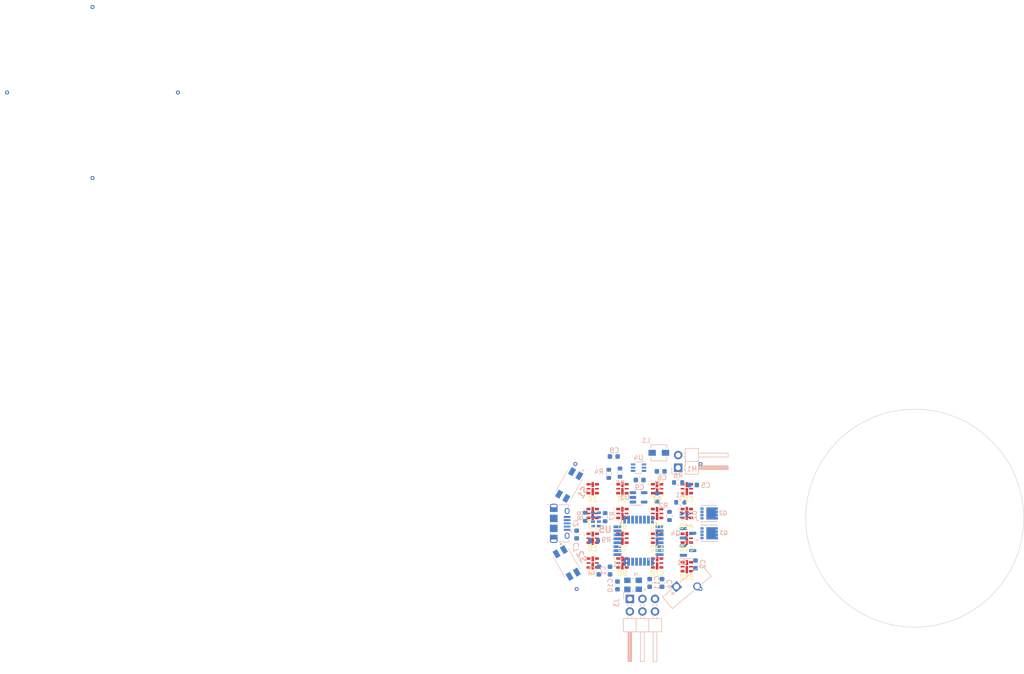
<source format=kicad_pcb>
(kicad_pcb (version 20211014) (generator pcbnew)
  (layers (0 "F.Cu" signal) (31 "B.Cu" signal) (34 "B.Paste" user) (35 "F.Paste" user) (36 "B.SilkS" user "B.Silkscreen") (37 "F.SilkS" user "F.Silkscreen") (38 "B.Mask" user) (39 "F.Mask" user) (44 "Edge.Cuts" user))
  (net 0 "")
  (net 1 "+4V")
  (net 2 "Net-(D1-Pad2)")
  (net 3 "Net-(D1-Pad3)")
  (net 4 "/LED_DIN")
  (net 5 "/LED_CLK")
  (net 6 "Net-(D1-Pad6)")
  (net 7 "Net-(D2-Pad2)")
  (net 8 "Net-(D2-Pad3)")
  (net 9 "Net-(D3-Pad2)")
  (net 10 "Net-(D3-Pad3)")
  (net 11 "Net-(D4-Pad2)")
  (net 12 "Net-(D4-Pad3)")
  (net 13 "Net-(D5-Pad2)")
  (net 14 "Net-(D5-Pad3)")
  (net 15 "Net-(D6-Pad2)")
  (net 16 "Net-(D6-Pad3)")
  (net 17 "Net-(D7-Pad2)")
  (net 18 "Net-(D7-Pad3)")
  (net 19 "Net-(D8-Pad2)")
  (net 20 "Net-(D8-Pad3)")
  (net 21 "Net-(D10-Pad5)")
  (net 22 "Net-(D10-Pad4)")
  (net 23 "Net-(D10-Pad2)")
  (net 24 "Net-(D10-Pad3)")
  (net 25 "Net-(D11-Pad2)")
  (net 26 "Net-(D11-Pad3)")
  (net 27 "Net-(D12-Pad2)")
  (net 28 "Net-(D12-Pad3)")
  (net 29 "Net-(D13-Pad2)")
  (net 30 "Net-(D13-Pad3)")
  (net 31 "Net-(D14-Pad2)")
  (net 32 "Net-(D14-Pad3)")
  (net 33 "Net-(D15-Pad2)")
  (net 34 "Net-(D15-Pad3)")
  (net 37 "/+BATT")
  (net 38 "Net-(R3-Pad2)")
  (net 39 "GND")
  (net 40 "Net-(L1-Pad1)")
  (net 42 "Net-(Q2-Pad4)")
  (net 43 "Net-(Q3-Pad4)")
  (net 44 "/-PACK")
  (net 45 "Net-(C5-Pad1)")
  (net 46 "/CS")
  (net 47 "/SideBt1")
  (net 48 "/SideBt2")
  (net 49 "/XTAL1")
  (net 50 "/XTAL2")
  (net 51 "/LEDSwitch")
  (net 52 "/MOSI")
  (net 53 "/SCK")
  (net 54 "/MISO")
  (net 55 "Net-(M1-Pad1)")
  (net 56 "Net-(M1-Pad2)")
  (net 57 "Net-(R2-Pad1)")
  (net 58 "Net-(R4-Pad2)")
  (net 60 "/CHARGE")
  (net 63 "/RTC_SDA")
  (net 64 "/RTC_SCL")
  (net 66 "/USB_D+")
  (net 67 "/USB_ID")
  (net 68 "/RTC_IRQ")
  (net 75 "Net-(Q2-Pad5)")
  (footprint "LED_SMD:LED-APA102-2020" (layer "F.Cu") (at 120 85)
    (fp_text reference "D14" (at 0 2.61) (layer "F.SilkS"))
    (fp_text value "LED")
    (fp_text user "1" (at -1.7 -0.9) (layer "F.SilkS") (effects (font (size 0.6 0.6) (thickness 0.1))))
    (pad "1" smd rect (at -0.85 -0.9) (size 0.8 0.5) (layers "F.Cu" "F.Paste" "F.Mask") (net 1 "+4V"))
    (pad "1" smd rect (at 0 -0.83 90) (size 1 0.5) (layers "F.Cu" "F.Paste" "F.Mask") (net 1 "+4V"))
    (pad "2" smd rect (at -0.85 0) (size 0.8 0.3) (layers "F.Cu" "F.Paste" "F.Mask") (net 31 "Net-(D14-Pad2)"))
    (pad "3" smd rect (at -0.85 0.9) (size 0.8 0.5) (layers "F.Cu" "F.Paste" "F.Mask") (net 32 "Net-(D14-Pad3)"))
    (pad "4" smd rect (at 0.85 0.9) (size 0.8 0.5) (layers "F.Cu" "F.Paste" "F.Mask") (net 30 "Net-(D13-Pad3)"))
    (pad "5" smd rect (at 0.85 0) (size 0.8 0.3) (layers "F.Cu" "F.Paste" "F.Mask") (net 29 "Net-(D13-Pad2)"))
    (pad "6" smd rect (at 0 0.59 90) (size 1.48 0.5) (layers "F.Cu" "F.Paste" "F.Mask") (net 6 "Net-(D1-Pad6)"))
    (pad "6" smd rect (at 0.85 -0.9) (size 0.8 0.5) (layers "F.Cu" "F.Paste" "F.Mask") (net 6 "Net-(D1-Pad6)"))
  )
  (footprint "LED_SMD:LED-APA102-2020" (layer "F.Cu") (at 120 90)
    (fp_text reference "D15" (at 0 2.11) (layer "F.SilkS"))
    (fp_text value "LED")
    (fp_text user "1" (at -1.7 -0.9) (layer "F.SilkS") (effects (font (size 0.6 0.6) (thickness 0.1))))
    (pad "1" smd rect (at 0 -0.83 90) (size 1 0.5) (layers "F.Cu" "F.Paste" "F.Mask") (net 1 "+4V"))
    (pad "1" smd rect (at -0.85 -0.9) (size 0.8 0.5) (layers "F.Cu" "F.Paste" "F.Mask") (net 1 "+4V"))
    (pad "2" smd rect (at -0.85 0) (size 0.8 0.3) (layers "F.Cu" "F.Paste" "F.Mask") (net 33 "Net-(D15-Pad2)"))
    (pad "3" smd rect (at -0.85 0.9) (size 0.8 0.5) (layers "F.Cu" "F.Paste" "F.Mask") (net 34 "Net-(D15-Pad3)"))
    (pad "4" smd rect (at 0.85 0.9) (size 0.8 0.5) (layers "F.Cu" "F.Paste" "F.Mask") (net 32 "Net-(D14-Pad3)"))
    (pad "5" smd rect (at 0.85 0) (size 0.8 0.3) (layers "F.Cu" "F.Paste" "F.Mask") (net 31 "Net-(D14-Pad2)"))
    (pad "6" smd rect (at 0.85 -0.9) (size 0.8 0.5) (layers "F.Cu" "F.Paste" "F.Mask") (net 6 "Net-(D1-Pad6)"))
    (pad "6" smd rect (at 0 0.59 90) (size 1.48 0.5) (layers "F.Cu" "F.Paste" "F.Mask") (net 6 "Net-(D1-Pad6)"))
  )
  (footprint "LED_SMD:LED-APA102-2020" (layer "F.Cu") (at 101 80)
    (fp_text reference "D1" (at 0 2.11) (layer "F.SilkS"))
    (fp_text value "LED")
    (fp_text user "1" (at -1.7 -0.9) (layer "F.SilkS") (effects (font (size 0.6 0.6) (thickness 0.1))))
    (pad "1" smd rect (at -0.85 -0.9) (size 0.8 0.5) (layers "F.Cu" "F.Paste" "F.Mask") (net 1 "+4V"))
    (pad "1" smd rect (at 0 -0.83 90) (size 1 0.5) (layers "F.Cu" "F.Paste" "F.Mask") (net 1 "+4V"))
    (pad "2" smd rect (at -0.85 0) (size 0.8 0.3) (layers "F.Cu" "F.Paste" "F.Mask") (net 2 "Net-(D1-Pad2)"))
    (pad "3" smd rect (at -0.85 0.9) (size 0.8 0.5) (layers "F.Cu" "F.Paste" "F.Mask") (net 3 "Net-(D1-Pad3)"))
    (pad "4" smd rect (at 0.85 0.9) (size 0.8 0.5) (layers "F.Cu" "F.Paste" "F.Mask") (net 4 "/LED_DIN"))
    (pad "5" smd rect (at 0.85 0) (size 0.8 0.3) (layers "F.Cu" "F.Paste" "F.Mask") (net 5 "/LED_CLK"))
    (pad "6" smd rect (at 0.85 -0.9) (size 0.8 0.5) (layers "F.Cu" "F.Paste" "F.Mask") (net 6 "Net-(D1-Pad6)"))
    (pad "6" smd rect (at 0 0.59 90) (size 1.48 0.5) (layers "F.Cu" "F.Paste" "F.Mask") (net 6 "Net-(D1-Pad6)"))
  )
  (footprint "LED_SMD:LED-APA102-2020" (layer "F.Cu") (at 107 95)
    (fp_text reference "D8" (at 0 2.11) (layer "F.SilkS"))
    (fp_text value "LED")
    (fp_text user "1" (at -1.7 -0.9) (layer "F.SilkS") (effects (font (size 0.6 0.6) (thickness 0.1))))
    (pad "1" smd rect (at -0.85 -0.9) (size 0.8 0.5) (layers "F.Cu" "F.Paste" "F.Mask") (net 1 "+4V"))
    (pad "1" smd rect (at 0 -0.83 90) (size 1 0.5) (layers "F.Cu" "F.Paste" "F.Mask") (net 1 "+4V"))
    (pad "2" smd rect (at -0.85 0) (size 0.8 0.3) (layers "F.Cu" "F.Paste" "F.Mask") (net 19 "Net-(D8-Pad2)"))
    (pad "3" smd rect (at -0.85 0.9) (size 0.8 0.5) (layers "F.Cu" "F.Paste" "F.Mask") (net 20 "Net-(D8-Pad3)"))
    (pad "4" smd rect (at 0.85 0.9) (size 0.8 0.5) (layers "F.Cu" "F.Paste" "F.Mask") (net 18 "Net-(D7-Pad3)"))
    (pad "5" smd rect (at 0.85 0) (size 0.8 0.3) (layers "F.Cu" "F.Paste" "F.Mask") (net 17 "Net-(D7-Pad2)"))
    (pad "6" smd rect (at 0.85 -0.9) (size 0.8 0.5) (layers "F.Cu" "F.Paste" "F.Mask") (net 6 "Net-(D1-Pad6)"))
    (pad "6" smd rect (at 0 0.59 90) (size 1.48 0.5) (layers "F.Cu" "F.Paste" "F.Mask") (net 6 "Net-(D1-Pad6)"))
  )
  (footprint "LED_SMD:LED-APA102-2020" (layer "F.Cu") (at 120 80)
    (fp_text reference "D13" (at 0 2.11) (layer "F.SilkS"))
    (fp_text value "LED")
    (fp_text user "1" (at -1.7 -0.9) (layer "F.SilkS") (effects (font (size 0.6 0.6) (thickness 0.1))))
    (pad "1" smd rect (at -0.85 -0.9) (size 0.8 0.5) (layers "F.Cu" "F.Paste" "F.Mask") (net 1 "+4V"))
    (pad "1" smd rect (at 0 -0.83 90) (size 1 0.5) (layers "F.Cu" "F.Paste" "F.Mask") (net 1 "+4V"))
    (pad "2" smd rect (at -0.85 0) (size 0.8 0.3) (layers "F.Cu" "F.Paste" "F.Mask") (net 29 "Net-(D13-Pad2)"))
    (pad "3" smd rect (at -0.85 0.9) (size 0.8 0.5) (layers "F.Cu" "F.Paste" "F.Mask") (net 30 "Net-(D13-Pad3)"))
    (pad "4" smd rect (at 0.85 0.9) (size 0.8 0.5) (layers "F.Cu" "F.Paste" "F.Mask") (net 28 "Net-(D12-Pad3)"))
    (pad "5" smd rect (at 0.85 0) (size 0.8 0.3) (layers "F.Cu" "F.Paste" "F.Mask") (net 27 "Net-(D12-Pad2)"))
    (pad "6" smd rect (at 0 0.59 90) (size 1.48 0.5) (layers "F.Cu" "F.Paste" "F.Mask") (net 6 "Net-(D1-Pad6)"))
    (pad "6" smd rect (at 0.85 -0.9) (size 0.8 0.5) (layers "F.Cu" "F.Paste" "F.Mask") (net 6 "Net-(D1-Pad6)"))
  )
  (footprint "LED_SMD:LED-APA102-2020" (layer "F.Cu") (at 114 80)
    (fp_text reference "D9" (at 0 2.11) (layer "F.SilkS"))
    (fp_text value "LED")
    (fp_text user "1" (at -1.7 -0.9) (layer "F.SilkS") (effects (font (size 0.6 0.6) (thickness 0.1))))
    (pad "1" smd rect (at -0.85 -0.9) (size 0.8 0.5) (layers "F.Cu" "F.Paste" "F.Mask") (net 1 "+4V"))
    (pad "1" smd rect (at 0 -0.83 90) (size 1 0.5) (layers "F.Cu" "F.Paste" "F.Mask") (net 1 "+4V"))
    (pad "2" smd rect (at -0.85 0) (size 0.8 0.3) (layers "F.Cu" "F.Paste" "F.Mask") (net 21 "Net-(D10-Pad5)"))
    (pad "3" smd rect (at -0.85 0.9) (size 0.8 0.5) (layers "F.Cu" "F.Paste" "F.Mask") (net 22 "Net-(D10-Pad4)"))
    (pad "4" smd rect (at 0.85 0.9) (size 0.8 0.5) (layers "F.Cu" "F.Paste" "F.Mask") (net 20 "Net-(D8-Pad3)"))
    (pad "5" smd rect (at 0.85 0) (size 0.8 0.3) (layers "F.Cu" "F.Paste" "F.Mask") (net 19 "Net-(D8-Pad2)"))
    (pad "6" smd rect (at 0 0.59 90) (size 1.48 0.5) (layers "F.Cu" "F.Paste" "F.Mask") (net 6 "Net-(D1-Pad6)"))
    (pad "6" smd rect (at 0.85 -0.9) (size 0.8 0.5) (layers "F.Cu" "F.Paste" "F.Mask") (net 6 "Net-(D1-Pad6)"))
  )
  (footprint "LED_SMD:LED-APA102-2020" (layer "F.Cu") (at 114 90)
    (fp_text reference "D11" (at 0 2.11) (layer "F.SilkS"))
    (fp_text value "LED")
    (fp_text user "1" (at -1.7 -0.9) (layer "F.SilkS") (effects (font (size 0.6 0.6) (thickness 0.1))))
    (pad "1" smd rect (at -0.85 -0.9) (size 0.8 0.5) (layers "F.Cu" "F.Paste" "F.Mask") (net 1 "+4V"))
    (pad "1" smd rect (at 0 -0.83 90) (size 1 0.5) (layers "F.Cu" "F.Paste" "F.Mask") (net 1 "+4V"))
    (pad "2" smd rect (at -0.85 0) (size 0.8 0.3) (layers "F.Cu" "F.Paste" "F.Mask") (net 25 "Net-(D11-Pad2)"))
    (pad "3" smd rect (at -0.85 0.9) (size 0.8 0.5) (layers "F.Cu" "F.Paste" "F.Mask") (net 26 "Net-(D11-Pad3)"))
    (pad "4" smd rect (at 0.85 0.9) (size 0.8 0.5) (layers "F.Cu" "F.Paste" "F.Mask") (net 24 "Net-(D10-Pad3)"))
    (pad "5" smd rect (at 0.85 0) (size 0.8 0.3) (layers "F.Cu" "F.Paste" "F.Mask") (net 23 "Net-(D10-Pad2)"))
    (pad "6" smd rect (at 0 0.59 90) (size 1.48 0.5) (layers "F.Cu" "F.Paste" "F.Mask") (net 6 "Net-(D1-Pad6)"))
    (pad "6" smd rect (at 0.85 -0.9) (size 0.8 0.5) (layers "F.Cu" "F.Paste" "F.Mask") (net 6 "Net-(D1-Pad6)"))
  )
  (footprint "LED_SMD:LED-APA102-2020" (layer "F.Cu") (at 101 85)
    (fp_text reference "D2" (at 0 2.61) (layer "F.SilkS"))
    (fp_text value "LED")
    (fp_text user "1" (at -1.7 -0.9) (layer "F.SilkS") (effects (font (size 0.6 0.6) (thickness 0.1))))
    (pad "1" smd rect (at -0.85 -0.9) (size 0.8 0.5) (layers "F.Cu" "F.Paste" "F.Mask") (net 1 "+4V"))
    (pad "1" smd rect (at 0 -0.83 90) (size 1 0.5) (layers "F.Cu" "F.Paste" "F.Mask") (net 1 "+4V"))
    (pad "2" smd rect (at -0.85 0) (size 0.8 0.3) (layers "F.Cu" "F.Paste" "F.Mask") (net 7 "Net-(D2-Pad2)"))
    (pad "3" smd rect (at -0.85 0.9) (size 0.8 0.5) (layers "F.Cu" "F.Paste" "F.Mask") (net 8 "Net-(D2-Pad3)"))
    (pad "4" smd rect (at 0.85 0.9) (size 0.8 0.5) (layers "F.Cu" "F.Paste" "F.Mask") (net 3 "Net-(D1-Pad3)"))
    (pad "5" smd rect (at 0.85 0) (size 0.8 0.3) (layers "F.Cu" "F.Paste" "F.Mask") (net 2 "Net-(D1-Pad2)"))
    (pad "6" smd rect (at 0.85 -0.9) (size 0.8 0.5) (layers "F.Cu" "F.Paste" "F.Mask") (net 6 "Net-(D1-Pad6)"))
    (pad "6" smd rect (at 0 0.59 90) (size 1.48 0.5) (layers "F.Cu" "F.Paste" "F.Mask") (net 6 "Net-(D1-Pad6)"))
  )
  (footprint "LED_SMD:LED-APA102-2020" (layer "F.Cu") (at 107 85)
    (fp_text reference "D6" (at 0 2.61) (layer "F.SilkS"))
    (fp_text value "LED")
    (fp_text user "1" (at -1.7 -0.9) (layer "F.SilkS") (effects (font (size 0.6 0.6) (thickness 0.1))))
    (pad "1" smd rect (at -0.85 -0.9) (size 0.8 0.5) (layers "F.Cu" "F.Paste" "F.Mask") (net 1 "+4V"))
    (pad "1" smd rect (at 0 -0.83 90) (size 1 0.5) (layers "F.Cu" "F.Paste" "F.Mask") (net 1 "+4V"))
    (pad "2" smd rect (at -0.85 0) (size 0.8 0.3) (layers "F.Cu" "F.Paste" "F.Mask") (net 15 "Net-(D6-Pad2)"))
    (pad "3" smd rect (at -0.85 0.9) (size 0.8 0.5) (layers "F.Cu" "F.Paste" "F.Mask") (net 16 "Net-(D6-Pad3)"))
    (pad "4" smd rect (at 0.85 0.9) (size 0.8 0.5) (layers "F.Cu" "F.Paste" "F.Mask") (net 14 "Net-(D5-Pad3)"))
    (pad "5" smd rect (at 0.85 0) (size 0.8 0.3) (layers "F.Cu" "F.Paste" "F.Mask") (net 13 "Net-(D5-Pad2)"))
    (pad "6" smd rect (at 0 0.59 90) (size 1.48 0.5) (layers "F.Cu" "F.Paste" "F.Mask") (net 6 "Net-(D1-Pad6)"))
    (pad "6" smd rect (at 0.85 -0.9) (size 0.8 0.5) (layers "F.Cu" "F.Paste" "F.Mask") (net 6 "Net-(D1-Pad6)"))
  )
  (footprint "LED_SMD:LED-APA102-2020" (layer "F.Cu") (at 114 85)
    (fp_text reference "D10" (at 0 2.61) (layer "F.SilkS"))
    (fp_text value "LED")
    (fp_text user "1" (at -1.7 -0.9) (layer "F.SilkS") (effects (font (size 0.6 0.6) (thickness 0.1))))
    (pad "1" smd rect (at -0.85 -0.9) (size 0.8 0.5) (layers "F.Cu" "F.Paste" "F.Mask") (net 1 "+4V"))
    (pad "1" smd rect (at 0 -0.83 90) (size 1 0.5) (layers "F.Cu" "F.Paste" "F.Mask") (net 1 "+4V"))
    (pad "2" smd rect (at -0.85 0) (size 0.8 0.3) (layers "F.Cu" "F.Paste" "F.Mask") (net 23 "Net-(D10-Pad2)"))
    (pad "3" smd rect (at -0.85 0.9) (size 0.8 0.5) (layers "F.Cu" "F.Paste" "F.Mask") (net 24 "Net-(D10-Pad3)"))
    (pad "4" smd rect (at 0.85 0.9) (size 0.8 0.5) (layers "F.Cu" "F.Paste" "F.Mask") (net 22 "Net-(D10-Pad4)"))
    (pad "5" smd rect (at 0.85 0) (size 0.8 0.3) (layers "F.Cu" "F.Paste" "F.Mask") (net 21 "Net-(D10-Pad5)"))
    (pad "6" smd rect (at 0 0.59 90) (size 1.48 0.5) (layers "F.Cu" "F.Paste" "F.Mask") (net 6 "Net-(D1-Pad6)"))
    (pad "6" smd rect (at 0.85 -0.9) (size 0.8 0.5) (layers "F.Cu" "F.Paste" "F.Mask") (net 6 "Net-(D1-Pad6)"))
  )
  (footprint "LED_SMD:LED-APA102-2020" (layer "F.Cu") (at 107 90)
    (fp_text reference "D7" (at 0 2.11) (layer "F.SilkS"))
    (fp_text value "LED")
    (fp_text user "1" (at -1.7 -0.9) (layer "F.SilkS") (effects (font (size 0.6 0.6) (thickness 0.1))))
    (pad "1" smd rect (at 0 -0.83 90) (size 1 0.5) (layers "F.Cu" "F.Paste" "F.Mask") (net 1 "+4V"))
    (pad "1" smd rect (at -0.85 -0.9) (size 0.8 0.5) (layers "F.Cu" "F.Paste" "F.Mask") (net 1 "+4V"))
    (pad "2" smd rect (at -0.85 0) (size 0.8 0.3) (layers "F.Cu" "F.Paste" "F.Mask") (net 17 "Net-(D7-Pad2)"))
    (pad "3" smd rect (at -0.85 0.9) (size 0.8 0.5) (layers "F.Cu" "F.Paste" "F.Mask") (net 18 "Net-(D7-Pad3)"))
    (pad "4" smd rect (at 0.85 0.9) (size 0.8 0.5) (layers "F.Cu" "F.Paste" "F.Mask") (net 16 "Net-(D6-Pad3)"))
    (pad "5" smd rect (at 0.85 0) (size 0.8 0.3) (layers "F.Cu" "F.Paste" "F.Mask") (net 15 "Net-(D6-Pad2)"))
    (pad "6" smd rect (at 0 0.59 90) (size 1.48 0.5) (layers "F.Cu" "F.Paste" "F.Mask") (net 6 "Net-(D1-Pad6)"))
    (pad "6" smd rect (at 0.85 -0.9) (size 0.8 0.5) (layers "F.Cu" "F.Paste" "F.Mask") (net 6 "Net-(D1-Pad6)"))
  )
  (footprint "LED_SMD:LED-APA102-2020" (layer "F.Cu") (at 107 80)
    (fp_text reference "D5" (at 0 2.11) (layer "F.SilkS"))
    (fp_text value "LED")
    (fp_text user "1" (at -1.7 -0.9) (layer "F.SilkS") (effects (font (size 0.6 0.6) (thickness 0.1))))
    (pad "1" smd rect (at -0.85 -0.9) (size 0.8 0.5) (layers "F.Cu" "F.Paste" "F.Mask") (net 1 "+4V"))
    (pad "1" smd rect (at 0 -0.83 90) (size 1 0.5) (layers "F.Cu" "F.Paste" "F.Mask") (net 1 "+4V"))
    (pad "2" smd rect (at -0.85 0) (size 0.8 0.3) (layers "F.Cu" "F.Paste" "F.Mask") (net 13 "Net-(D5-Pad2)"))
    (pad "3" smd rect (at -0.85 0.9) (size 0.8 0.5) (layers "F.Cu" "F.Paste" "F.Mask") (net 14 "Net-(D5-Pad3)"))
    (pad "4" smd rect (at 0.85 0.9) (size 0.8 0.5) (layers "F.Cu" "F.Paste" "F.Mask") (net 12 "Net-(D4-Pad3)"))
    (pad "5" smd rect (at 0.85 0) (size 0.8 0.3) (layers "F.Cu" "F.Paste" "F.Mask") (net 11 "Net-(D4-Pad2)"))
    (pad "6" smd rect (at 0.85 -0.9) (size 0.8 0.5) (layers "F.Cu" "F.Paste" "F.Mask") (net 6 "Net-(D1-Pad6)"))
    (pad "6" smd rect (at 0 0.59 90) (size 1.48 0.5) (layers "F.Cu" "F.Paste" "F.Mask") (net 6 "Net-(D1-Pad6)"))
  )
  (footprint "LED_SMD:LED-APA102-2020" (layer "F.Cu") (at 114 95)
    (fp_text reference "D12" (at 0 2.11) (layer "F.SilkS"))
    (fp_text value "LED")
    (fp_text user "1" (at -1.7 -0.9) (layer "F.SilkS") (effects (font (size 0.6 0.6) (thickness 0.1))))
    (pad "1" smd rect (at -0.85 -0.9) (size 0.8 0.5) (layers "F.Cu" "F.Paste" "F.Mask") (net 1 "+4V"))
    (pad "1" smd rect (at 0 -0.83 90) (size 1 0.5) (layers "F.Cu" "F.Paste" "F.Mask") (net 1 "+4V"))
    (pad "2" smd rect (at -0.85 0) (size 0.8 0.3) (layers "F.Cu" "F.Paste" "F.Mask") (net 27 "Net-(D12-Pad2)"))
    (pad "3" smd rect (at -0.85 0.9) (size 0.8 0.5) (layers "F.Cu" "F.Paste" "F.Mask") (net 28 "Net-(D12-Pad3)"))
    (pad "4" smd rect (at 0.85 0.9) (size 0.8 0.5) (layers "F.Cu" "F.Paste" "F.Mask") (net 26 "Net-(D11-Pad3)"))
    (pad "5" smd rect (at 0.85 0) (size 0.8 0.3) (layers "F.Cu" "F.Paste" "F.Mask") (net 25 "Net-(D11-Pad2)"))
    (pad "6" smd rect (at 0.85 -0.9) (size 0.8 0.5) (layers "F.Cu" "F.Paste" "F.Mask") (net 6 "Net-(D1-Pad6)"))
    (pad "6" smd rect (at 0 0.59 90) (size 1.48 0.5) (layers "F.Cu" "F.Paste" "F.Mask") (net 6 "Net-(D1-Pad6)"))
  )
  (footprint "LED_SMD:LED-APA102-2020" (layer "F.Cu") (at 101 90)
    (fp_text reference "D3" (at 0 2.11) (layer "F.SilkS"))
    (fp_text value "LED")
    (fp_text user "1" (at -1.7 -0.9) (layer "F.SilkS") (effects (font (size 0.6 0.6) (thickness 0.1))))
    (pad "1" smd rect (at 0 -0.83 90) (size 1 0.5) (layers "F.Cu" "F.Paste" "F.Mask") (net 1 "+4V"))
    (pad "1" smd rect (at -0.85 -0.9) (size 0.8 0.5) (layers "F.Cu" "F.Paste" "F.Mask") (net 1 "+4V"))
    (pad "2" smd rect (at -0.85 0) (size 0.8 0.3) (layers "F.Cu" "F.Paste" "F.Mask") (net 9 "Net-(D3-Pad2)"))
    (pad "3" smd rect (at -0.85 0.9) (size 0.8 0.5) (layers "F.Cu" "F.Paste" "F.Mask") (net 10 "Net-(D3-Pad3)"))
    (pad "4" smd rect (at 0.85 0.9) (size 0.8 0.5) (layers "F.Cu" "F.Paste" "F.Mask") (net 8 "Net-(D2-Pad3)"))
    (pad "5" smd rect (at 0.85 0) (size 0.8 0.3) (layers "F.Cu" "F.Paste" "F.Mask") (net 7 "Net-(D2-Pad2)"))
    (pad "6" smd rect (at 0 0.59 90) (size 1.48 0.5) (layers "F.Cu" "F.Paste" "F.Mask") (net 6 "Net-(D1-Pad6)"))
    (pad "6" smd rect (at 0.85 -0.9) (size 0.8 0.5) (layers "F.Cu" "F.Paste" "F.Mask") (net 6 "Net-(D1-Pad6)"))
  )
  (footprint "LED_SMD:LED-APA102-2020" (layer "F.Cu") (at 101 95)
    (fp_text reference "D4" (at 0 2.11) (layer "F.SilkS"))
    (fp_text value "LED")
    (fp_text user "1" (at -1.7 -0.9) (layer "F.SilkS") (effects (font (size 0.6 0.6) (thickness 0.1))))
    (pad "1" smd rect (at -0.85 -0.9) (size 0.8 0.5) (layers "F.Cu" "F.Paste" "F.Mask") (net 1 "+4V"))
    (pad "1" smd rect (at 0 -0.83 90) (size 1 0.5) (layers "F.Cu" "F.Paste" "F.Mask") (net 1 "+4V"))
    (pad "2" smd rect (at -0.85 0) (size 0.8 0.3) (layers "F.Cu" "F.Paste" "F.Mask") (net 11 "Net-(D4-Pad2)"))
    (pad "3" smd rect (at -0.85 0.9) (size 0.8 0.5) (layers "F.Cu" "F.Paste" "F.Mask") (net 12 "Net-(D4-Pad3)"))
    (pad "4" smd rect (at 0.85 0.9) (size 0.8 0.5) (layers "F.Cu" "F.Paste" "F.Mask") (net 10 "Net-(D3-Pad3)"))
    (pad "5" smd rect (at 0.85 0) (size 0.8 0.3) (layers "F.Cu" "F.Paste" "F.Mask") (net 9 "Net-(D3-Pad2)"))
    (pad "6" smd rect (at 0 0.59 90) (size 1.48 0.5) (layers "F.Cu" "F.Paste" "F.Mask") (net 6 "Net-(D1-Pad6)"))
    (pad "6" smd rect (at 0.85 -0.9) (size 0.8 0.5) (layers "F.Cu" "F.Paste" "F.Mask") (net 6 "Net-(D1-Pad6)"))
  )
  (footprint "LED_SMD:LED-APA102-2020" (layer "F.Cu") (at 120 95.75)
    (fp_text reference "D16" (at 0 2.11) (layer "F.SilkS"))
    (fp_text value "LED")
    (fp_text user "1" (at -1.7 -0.9) (layer "F.SilkS") (effects (font (size 0.6 0.6) (thickness 0.1))))
    (pad "1" smd rect (at 0 -0.83 90) (size 1 0.5) (layers "F.Cu" "F.Paste" "F.Mask") (net 1 "+4V"))
    (pad "1" smd rect (at -0.85 -0.9) (size 0.8 0.5) (layers "F.Cu" "F.Paste" "F.Mask") (net 1 "+4V"))
    (pad "2" smd rect (at -0.85 0) (size 0.8 0.3) (layers "F.Cu" "F.Paste" "F.Mask"))
    (pad "3" smd rect (at -0.85 0.9) (size 0.8 0.5) (layers "F.Cu" "F.Paste" "F.Mask"))
    (pad "4" smd rect (at 0.85 0.9) (size 0.8 0.5) (layers "F.Cu" "F.Paste" "F.Mask") (net 34 "Net-(D15-Pad3)"))
    (pad "5" smd rect (at 0.85 0) (size 0.8 0.3) (layers "F.Cu" "F.Paste" "F.Mask") (net 33 "Net-(D15-Pad2)"))
    (pad "6" smd rect (at 0.85 -0.9) (size 0.8 0.5) (layers "F.Cu" "F.Paste" "F.Mask") (net 6 "Net-(D1-Pad6)"))
    (pad "6" smd rect (at 0 0.59 90) (size 1.48 0.5) (layers "F.Cu" "F.Paste" "F.Mask") (net 6 "Net-(D1-Pad6)"))
  )
  (footprint "Capacitor_SMD:C_0603_1608Metric" (layer "B.Cu") (at 102.25 96.525 -90)
    (fp_text reference "C3" (at 0 1.43 -270) (layer "B.SilkS") (effects (justify mirror)))
    (fp_text value "10u")
    (pad "1" smd roundrect (at -0.775 0 270) (size 0.9 0.95) (layers "B.Cu" "B.Paste" "B.Mask") (net 1 "+4V"))
    (pad "2" smd roundrect (at 0.775 0 270) (size 0.9 0.95) (layers "B.Cu" "B.Paste" "B.Mask") (net 39 "GND"))
  )
  (footprint "Resistor_SMD:R_0603_1608Metric" (layer "B.Cu") (at 118.25 78.75 180)
    (fp_text reference "R6" (at 0 1.43) (layer "B.SilkS") (effects (justify mirror)))
    (fp_text value "30R")
    (pad "1" smd roundrect (at -0.825 0 180) (size 0.8 0.95) (layers "B.Cu" "B.Paste" "B.Mask") (net 1 "+4V"))
    (pad "2" smd roundrect (at 0.825 0 180) (size 0.8 0.95) (layers "B.Cu" "B.Paste" "B.Mask") (net 55 "Net-(M1-Pad1)"))
  )
  (footprint "Resistor_SMD:R_0603_1608Metric" (layer "B.Cu") (at 114 81.75 -90)
    (fp_text reference "R3" (at -2.5146 -0.2032 -270) (layer "B.SilkS") (effects (justify mirror)))
    (fp_text value "3k3")
    (pad "1" smd roundrect (at -0.825 0 270) (size 0.8 0.95) (layers "B.Cu" "B.Paste" "B.Mask") (net 39 "GND"))
    (pad "2" smd roundrect (at 0.825 0 270) (size 0.8 0.95) (layers "B.Cu" "B.Paste" "B.Mask") (net 38 "Net-(R3-Pad2)"))
  )
  (footprint "Connector_USB:USB_Micro-B_Amphenol_10118194_Horizontal" (layer "B.Cu") (at 94.435 87 90)
    (fp_text reference "J2" (at 0.127 3.1496 90) (layer "B.SilkS") (effects (justify mirror)))
    (fp_text value "USB_B_Micro")
    (pad "1" smd rect (at -1.3 1.4 90) (size 0.4 1.35) (layers "B.Cu" "B.Paste" "B.Mask") (net 60 "/CHARGE"))
    (pad "2" smd rect (at -0.65 1.4 90) (size 0.4 1.35) (layers "B.Cu" "B.Paste" "B.Mask") (net 46 "/CS"))
    (pad "3" smd rect (at 0 1.4 90) (size 0.4 1.35) (layers "B.Cu" "B.Paste" "B.Mask") (net 66 "/USB_D+"))
    (pad "4" smd rect (at 0.65 1.4 90) (size 0.4 1.35) (layers "B.Cu" "B.Paste" "B.Mask") (net 67 "/USB_ID"))
    (pad "5" smd rect (at 1.3 1.4 90) (size 0.4 1.35) (layers "B.Cu" "B.Paste" "B.Mask") (net 39 "GND"))
    (pad "6" thru_hole oval (at -3.5 -1.3 90) (size 0.89 1.55) (drill oval 0.5 1.15) (layers *.Cu *.Mask) (net 39 "GND"))
    (pad "6" thru_hole oval (at 3.5 -1.3 90) (size 0.89 1.55) (drill oval 0.5 1.15) (layers *.Cu *.Mask) (net 39 "GND"))
    (pad "6" smd rect (at -2.9 -1.3 90) (size 1.2 1.55) (layers "B.Cu" "B.Paste" "B.Mask") (net 39 "GND"))
    (pad "6" smd rect (at 1 -1.3 90) (size 1.5 1.55) (layers "B.Cu" "B.Paste" "B.Mask") (net 39 "GND"))
    (pad "6" thru_hole oval (at 2.5 1.4 90) (size 1.25 0.95) (drill oval 0.85 0.55) (layers *.Cu *.Mask) (net 39 "GND"))
    (pad "6" smd rect (at -1 -1.3 90) (size 1.5 1.55) (layers "B.Cu" "B.Paste" "B.Mask") (net 39 "GND"))
    (pad "6" thru_hole oval (at -2.5 1.4 90) (size 1.25 0.95) (drill oval 0.85 0.55) (layers *.Cu *.Mask) (net 39 "GND"))
    (pad "6" smd rect (at 2.9 -1.3 90) (size 1.2 1.55) (layers "B.Cu" "B.Paste" "B.Mask") (net 39 "GND"))
  )
  (footprint "Capacitor_SMD:C_0603_1608Metric" (layer "B.Cu") (at 104.5 96.525 -90)
    (fp_text reference "C1" (at 0 1.43 -270) (layer "B.SilkS") (effects (justify mirror)))
    (fp_text value "10u")
    (pad "1" smd roundrect (at -0.775 0 270) (size 0.9 0.95) (layers "B.Cu" "B.Paste" "B.Mask") (net 1 "+4V"))
    (pad "2" smd roundrect (at 0.775 0 270) (size 0.9 0.95) (layers "B.Cu" "B.Paste" "B.Mask") (net 39 "GND"))
  )
  (footprint "Capacitor_SMD:C_0603_1608Metric" (layer "B.Cu") (at 106 99.525 -90)
    (fp_text reference "C10" (at 0 1.43 90) (layer "B.SilkS") (effects (justify mirror)))
    (fp_text value "22p")
    (pad "1" smd roundrect (at -0.775 0 270) (size 0.9 0.95) (layers "B.Cu" "B.Paste" "B.Mask") (net 50 "/XTAL2"))
    (pad "2" smd roundrect (at 0.775 0 270) (size 0.9 0.95) (layers "B.Cu" "B.Paste" "B.Mask") (net 39 "GND"))
  )
  (footprint "CSD16406Q3:TRANS_CSD16406Q3" (layer "B.Cu") (at 124.5 89)
    (fp_text reference "Q3" (at 2.9718 -0.0762) (layer "B.SilkS") (effects (font (size 0.8 0.8)) (justify mirror)))
    (fp_text value "CSD16406Q3")
    (pad "1" smd rect (at -1.435 0.975) (size 0.63 0.5) (layers "B.Cu" "B.Mask") (net 44 "/-PACK"))
    (pad "2" smd rect (at -1.435 0.325) (size 0.63 0.5) (layers "B.Cu" "B.Mask") (net 44 "/-PACK"))
    (pad "3" smd rect (at -1.435 -0.325) (size 0.63 0.5) (layers "B.Cu" "B.Mask") (net 44 "/-PACK"))
    (pad "4" smd rect (at -1.435 -0.975) (size 0.63 0.5) (layers "B.Cu" "B.Mask") (net 43 "Net-(Q3-Pad4)"))
    (pad "5" smd custom (at 1.435 -0.975) (size 0.63 0.5) (layers "B.Cu") (net 75 "Net-(Q2-Pad5)") (options (clearance outline) (anchor rect)) (primitives (gr_poly (pts (xy 0.315 0.25) (xy -0.095 0.25) (xy -0.095 0.4) (xy 0.315 0.4) (xy 0.315 0.9) (xy -0.095 0.9) (xy -0.095 1.05) (xy 0.315 1.05) (xy 0.315 1.55) (xy -0.095 1.55) (xy -0.095 1.7) (xy 0.315 1.7) (xy 0.315 2.2) (xy -1.995 2.2) (xy -1.995 -0.25) (xy 0.315 -0.25)) (width 0.01) (fill yes))))
    (pad "6" smd rect (at 1.435 -0.325) (size 0.63 0.5) (layers "B.Cu") (net 75 "Net-(Q2-Pad5)"))
    (pad "7" smd rect (at 1.435 0.325) (size 0.63 0.5) (layers "B.Cu") (net 75 "Net-(Q2-Pad5)"))
    (pad "8" smd rect (at 1.435 0.975) (size 0.63 0.5) (layers "B.Cu") (net 75 "Net-(Q2-Pad5)"))
  )
  (footprint "Package_TO_SOT_SMD:SOT-23" (layer "B.Cu") (at 120.25 89)
    (fp_text reference "Q4" (at -2.5 0) (layer "B.SilkS") (effects (justify mirror)))
    (fp_text value "NTR4501NT1G")
    (pad "1" smd roundrect (at -0.9375 0.95) (size 1.475 0.6) (layers "B.Cu" "B.Paste" "B.Mask") (net 54 "/MISO"))
    (pad "2" smd roundrect (at -0.9375 -0.95) (size 1.475 0.6) (layers "B.Cu" "B.Paste" "B.Mask") (net 39 "GND"))
    (pad "3" smd roundrect (at 0.9375 0) (size 1.475 0.6) (layers "B.Cu" "B.Paste" "B.Mask") (net 56 "Net-(M1-Pad2)"))
  )
  (footprint "Resistor_SMD:R_0603_1608Metric" (layer "B.Cu") (at 103.5 85.75 90)
    (fp_text reference "R7" (at 0.25 1.5 90) (layer "B.SilkS") (effects (justify mirror)))
    (fp_text value "10k")
    (pad "1" smd roundrect (at -0.825 0 90) (size 0.8 0.95) (layers "B.Cu" "B.Paste" "B.Mask") (net 1 "+4V"))
    (pad "2" smd roundrect (at 0.825 0 90) (size 0.8 0.95) (layers "B.Cu" "B.Paste" "B.Mask") (net 63 "/RTC_SDA"))
  )
  (footprint "Capacitor_SMD:C_0603_1608Metric" (layer "B.Cu") (at 114.725 76.5 180)
    (fp_text reference "C6" (at -0.275 -1.25 180) (layer "B.SilkS") (effects (justify mirror)))
    (fp_text value "10uF")
    (pad "1" smd roundrect (at -0.775 0 180) (size 0.9 0.95) (layers "B.Cu" "B.Paste" "B.Mask") (net 37 "/+BATT"))
    (pad "2" smd roundrect (at 0.775 0 180) (size 0.9 0.95) (layers "B.Cu" "B.Paste" "B.Mask") (net 39 "GND"))
  )
  (footprint "Resistor_SMD:R_0603_1608Metric" (layer "B.Cu") (at 101.25 90.5)
    (fp_text reference "R9" (at 2.4638 -0.1524) (layer "B.SilkS") (effects (justify mirror)))
    (fp_text value "10k")
    (pad "1" smd roundrect (at -0.825 0) (size 0.8 0.95) (layers "B.Cu" "B.Paste" "B.Mask") (net 1 "+4V"))
    (pad "2" smd roundrect (at 0.825 0) (size 0.8 0.95) (layers "B.Cu" "B.Paste" "B.Mask") (net 46 "/CS"))
  )
  (footprint "EVQPUC02K:EVQPUC02K" (layer "B.Cu") (at 96.25 79.25 60)
    (fp_text reference "S1" (at 0.075962 3.13157 60) (layer "B.SilkS") (effects (font (size 1.27 1.27) (thickness 0.254)) (justify mirror)))
    (fp_text value "EVQPUC02K" hide)
    (pad "1" smd rect locked (at 2.625 0.85 330) (size 1 1.55) (layers "B.Cu" "B.Paste" "B.Mask"))
    (pad "2" smd rect locked (at 2.625 -0.85 330) (size 1 1.55) (layers "B.Cu" "B.Paste" "B.Mask") (net 39 "GND"))
    (pad "3" smd rect locked (at -2.625 -0.85 330) (size 1 1.55) (layers "B.Cu" "B.Paste" "B.Mask"))
    (pad "4" smd rect locked (at -2.625 0.85 330) (size 1 1.55) (layers "B.Cu" "B.Paste" "B.Mask") (net 47 "/SideBt1"))
  )
  (footprint "Capacitor_SMD:C_0603_1608Metric" (layer "B.Cu") (at 121.25 79.25 180)
    (fp_text reference "C5" (at -2.5654 -0.0508) (layer "B.SilkS") (effects (justify mirror)))
    (fp_text value "0.1uF")
    (pad "1" smd roundrect (at -0.775 0 180) (size 0.9 0.95) (layers "B.Cu" "B.Paste" "B.Mask") (net 45 "Net-(C5-Pad1)"))
    (pad "2" smd roundrect (at 0.775 0 180) (size 0.9 0.95) (layers "B.Cu" "B.Paste" "B.Mask") (net 44 "/-PACK"))
  )
  (footprint "Capacitor_SMD:C_0603_1608Metric" (layer "B.Cu") (at 115 99.025 -90)
    (fp_text reference "C4" (at 0.25 -1.5 90) (layer "B.SilkS") (effects (justify mirror)))
    (fp_text value "10u")
    (pad "1" smd roundrect (at -0.775 0 270) (size 0.9 0.95) (layers "B.Cu" "B.Paste" "B.Mask") (net 1 "+4V"))
    (pad "2" smd roundrect (at 0.775 0 270) (size 0.9 0.95) (layers "B.Cu" "B.Paste" "B.Mask") (net 39 "GND"))
  )
  (footprint "Capacitor_SMD:C_0603_1608Metric" (layer "B.Cu") (at 121.75 95.275 -90)
    (fp_text reference "C2" (at -0.025 -1.5 -270) (layer "B.SilkS") (effects (justify mirror)))
    (fp_text value "10u")
    (pad "1" smd roundrect (at -0.775 0 270) (size 0.9 0.95) (layers "B.Cu" "B.Paste" "B.Mask") (net 1 "+4V"))
    (pad "2" smd roundrect (at 0.775 0 270) (size 0.9 0.95) (layers "B.Cu" "B.Paste" "B.Mask") (net 39 "GND"))
  )
  (footprint "Connector_PinHeader_2.54mm:PinHeader_1x02_P2.54mm_Horizontal" (layer "B.Cu") (at 118.25 75.75)
    (fp_text reference "M1" (at 2.77 0.25) (layer "B.SilkS") (effects (justify mirror)))
    (fp_text value "Motor_DC")
    (pad "1" thru_hole rect (at 0 0) (size 1.7 1.7) (drill 1) (layers *.Cu *.Mask) (net 55 "Net-(M1-Pad1)"))
    (pad "2" thru_hole oval (at 0 -2.54) (size 1.7 1.7) (drill 1) (layers *.Cu *.Mask) (net 56 "Net-(M1-Pad2)"))
  )
  (footprint "Capacitor_SMD:C_0603_1608Metric" (layer "B.Cu") (at 97.75 89.25 -90)
    (fp_text reference "C7" (at 2.54 0.0508 90) (layer "B.SilkS") (effects (justify mirror)))
    (fp_text value "10uF")
    (pad "1" smd roundrect (at -0.775 0 270) (size 0.9 0.95) (layers "B.Cu" "B.Paste" "B.Mask") (net 60 "/CHARGE"))
    (pad "2" smd roundrect (at 0.775 0 270) (size 0.9 0.95) (layers "B.Cu" "B.Paste" "B.Mask") (net 39 "GND"))
  )
  (footprint "Package_SON:WSON-6_1.5x1.5mm_P0.5mm" (layer "B.Cu") (at 119.5 85.25 180)
    (fp_text reference "U2" (at -1.9812 -0.0762 90) (layer "B.SilkS") (effects (justify mirror)))
    (fp_text value "BQ297xy" hide)
    (pad "1" smd rect (at -0.525 0.5 270) (size 0.28 0.85) (layers "B.Cu" "B.Paste" "B.Mask"))
    (pad "2" smd rect (at -0.575 0 270) (size 0.28 0.75) (layers "B.Cu" "B.Paste" "B.Mask") (net 42 "Net-(Q2-Pad4)"))
    (pad "3" smd rect (at -0.575 -0.5 270) (size 0.28 0.75) (layers "B.Cu" "B.Paste" "B.Mask") (net 43 "Net-(Q3-Pad4)"))
    (pad "4" smd rect (at 0.575 -0.5 270) (size 0.28 0.75) (layers "B.Cu" "B.Paste" "B.Mask") (net 44 "/-PACK"))
    (pad "5" smd rect (at 0.575 0 270) (size 0.28 0.75) (layers "B.Cu" "B.Paste" "B.Mask") (net 45 "Net-(C5-Pad1)"))
    (pad "6" smd rect (at 0.575 0.5 270) (size 0.28 0.75) (layers "B.Cu" "B.Paste" "B.Mask") (net 57 "Net-(R2-Pad1)"))
  )
  (footprint "Package_TO_SOT_SMD:SOT-23" (layer "B.Cu") (at 120.25 92.5)
    (fp_text reference "Q1" (at -1.25 2.4) (layer "B.SilkS") (effects (justify mirror)))
    (fp_text value "NTR4501NT1G" hide)
    (pad "1" smd roundrect (at -0.9375 0.95) (size 1.475 0.6) (layers "B.Cu" "B.Paste" "B.Mask") (net 51 "/LEDSwitch"))
    (pad "2" smd roundrect (at -0.9375 -0.95) (size 1.475 0.6) (layers "B.Cu" "B.Paste" "B.Mask") (net 39 "GND"))
    (pad "3" smd roundrect (at 0.9375 0) (size 1.475 0.6) (layers "B.Cu" "B.Paste" "B.Mask") (net 6 "Net-(D1-Pad6)"))
  )
  (footprint "Inductor_SMD:L_Vishay_IHLP-1212" (layer "B.Cu") (at 114.35 72.75)
    (fp_text reference "L1" (at -2.6 -2.5) (layer "B.SilkS") (effects (justify mirror)))
    (fp_text value "4.7uH")
    (pad "1" smd rect (at -1.35 0) (size 1.5 1.2) (layers "B.Cu" "B.Paste" "B.Mask") (net 40 "Net-(L1-Pad1)"))
    (pad "2" smd rect (at 1.35 0) (size 1.5 1.2) (layers "B.Cu" "B.Paste" "B.Mask") (net 37 "/+BATT"))
  )
  (footprint "CSD16406Q3:TRANS_CSD16406Q3" (layer "B.Cu") (at 124.5 85)
    (fp_text reference "Q2" (at 2.8194 -0.0762) (layer "B.SilkS") (effects (font (size 0.8 0.8)) (justify mirror)))
    (fp_text value "CSD16406Q3")
    (pad "1" smd rect (at -1.435 0.975) (size 0.63 0.5) (layers "B.Cu" "B.Mask") (net 39 "GND"))
    (pad "2" smd rect (at -1.435 0.325) (size 0.63 0.5) (layers "B.Cu" "B.Mask") (net 39 "GND"))
    (pad "3" smd rect (at -1.435 -0.325) (size 0.63 0.5) (layers "B.Cu" "B.Mask") (net 39 "GND"))
    (pad "4" smd rect (at -1.435 -0.975) (size 0.63 0.5) (layers "B.Cu" "B.Mask") (net 42 "Net-(Q2-Pad4)"))
    (pad "5" smd custom (at 1.435 -0.975) (size 0.63 0.5) (layers "B.Cu") (net 75 "Net-(Q2-Pad5)") (options (clearance outline) (anchor rect)) (primitives (gr_poly (pts (xy 0.315 0.25) (xy -0.095 0.25) (xy -0.095 0.4) (xy 0.315 0.4) (xy 0.315 0.9) (xy -0.095 0.9) (xy -0.095 1.05) (xy 0.315 1.05) (xy 0.315 1.55) (xy -0.095 1.55) (xy -0.095 1.7) (xy 0.315 1.7) (xy 0.315 2.2) (xy -1.995 2.2) (xy -1.995 -0.25) (xy 0.315 -0.25)) (width 0.01) (fill yes))))
    (pad "6" smd rect (at 1.435 -0.325) (size 0.63 0.5) (layers "B.Cu") (net 75 "Net-(Q2-Pad5)"))
    (pad "7" smd rect (at 1.435 0.325) (size 0.63 0.5) (layers "B.Cu") (net 75 "Net-(Q2-Pad5)"))
    (pad "8" smd rect (at 1.435 0.975) (size 0.63 0.5) (layers "B.Cu") (net 75 "Net-(Q2-Pad5)"))
  )
  (footprint "Package_QFP:TQFP-32_7x7mm_P0.8mm" (layer "B.Cu") (at 110.25 90.5 -90)
    (fp_text reference "U1" (at 4.75 4.25) (layer "B.SilkS") (effects (justify mirror)))
    (fp_text value "ATmega328P-A")
    (pad "1" smd rect (at -4.25 2.8 270) (size 1.6 0.55) (layers "B.Cu" "B.Paste" "B.Mask") (net 47 "/SideBt1"))
    (pad "2" smd rect (at -4.25 2 270) (size 1.6 0.55) (layers "B.Cu" "B.Paste" "B.Mask") (net 48 "/SideBt2"))
    (pad "3" smd rect (at -4.25 1.2 270) (size 1.6 0.55) (layers "B.Cu" "B.Paste" "B.Mask") (net 39 "GND"))
    (pad "4" smd rect (at -4.25 0.4 270) (size 1.6 0.55) (layers "B.Cu" "B.Paste" "B.Mask") (net 1 "+4V"))
    (pad "5" smd rect (at -4.25 -0.4 270) (size 1.6 0.55) (layers "B.Cu" "B.Paste" "B.Mask") (net 39 "GND"))
    (pad "6" smd rect (at -4.25 -1.2 270) (size 1.6 0.55) (layers "B.Cu" "B.Paste" "B.Mask") (net 1 "+4V"))
    (pad "7" smd rect (at -4.25 -2 270) (size 1.6 0.55) (layers "B.Cu" "B.Paste" "B.Mask") (net 49 "/XTAL1"))
    (pad "8" smd rect (at -4.25 -2.8 270) (size 1.6 0.55) (layers "B.Cu" "B.Paste" "B.Mask") (net 50 "/XTAL2"))
    (pad "9" smd rect (at -2.8 -4.25 180) (size 1.6 0.55) (layers "B.Cu" "B.Paste" "B.Mask") (net 5 "/LED_CLK"))
    (pad "10" smd rect (at -2 -4.25 180) (size 1.6 0.55) (layers "B.Cu" "B.Paste" "B.Mask") (net 4 "/LED_DIN"))
    (pad "11" smd rect (at -1.2 -4.25 180) (size 1.6 0.55) (layers "B.Cu" "B.Paste" "B.Mask") (net 51 "/LEDSwitch"))
    (pad "12" smd rect (at -0.4 -4.25 180) (size 1.6 0.55) (layers "B.Cu" "B.Paste" "B.Mask"))
    (pad "13" smd rect (at 0.4 -4.25 180) (size 1.6 0.55) (layers "B.Cu" "B.Paste" "B.Mask"))
    (pad "14" smd rect (at 1.2 -4.25 180) (size 1.6 0.55) (layers "B.Cu" "B.Paste" "B.Mask"))
    (pad "15" smd rect (at 2 -4.25 180) (size 1.6 0.55) (layers "B.Cu" "B.Paste" "B.Mask") (net 52 "/MOSI"))
    (pad "16" smd rect (at 2.8 -4.25 180) (size 1.6 0.55) (layers "B.Cu" "B.Paste" "B.Mask") (net 54 "/MISO"))
    (pad "17" smd rect (at 4.25 -2.8 270) (size 1.6 0.55) (layers "B.Cu" "B.Paste" "B.Mask") (net 53 "/SCK"))
    (pad "18" smd rect (at 4.25 -2 270) (size 1.6 0.55) (layers "B.Cu" "B.Paste" "B.Mask") (net 1 "+4V"))
    (pad "19" smd rect (at 4.25 -1.2 270) (size 1.6 0.55) (layers "B.Cu" "B.Paste" "B.Mask"))
    (pad "20" smd rect (at 4.25 -0.4 270) (size 1.6 0.55) (layers "B.Cu" "B.Paste" "B.Mask") (net 1 "+4V"))
    (pad "21" smd rect (at 4.25 0.4 270) (size 1.6 0.55) (layers "B.Cu" "B.Paste" "B.Mask") (net 39 "GND"))
    (pad "22" smd rect (at 4.25 1.2 270) (size 1.6 0.55) (layers "B.Cu" "B.Paste" "B.Mask"))
    (pad "23" smd rect (at 4.25 2 270) (size 1.6 0.55) (layers "B.Cu" "B.Paste" "B.Mask") (net 37 "/+BATT"))
    (pad "24" smd rect (at 4.25 2.8 270) (size 1.6 0.55) (layers "B.Cu" "B.Paste" "B.Mask") (net 60 "/CHARGE"))
    (pad "25" smd rect (at 2.8 4.25 180) (size 1.6 0.55) (layers "B.Cu" "B.Paste" "B.Mask"))
    (pad "26" smd rect (at 2 4.25 180) (size 1.6 0.55) (layers "B.Cu" "B.Paste" "B.Mask"))
    (pad "27" smd rect (at 1.2 4.25 180) (size 1.6 0.55) (layers "B.Cu" "B.Paste" "B.Mask") (net 63 "/RTC_SDA"))
    (pad "28" smd rect (at 0.4 4.25 180) (size 1.6 0.55) (layers "B.Cu" "B.Paste" "B.Mask") (net 64 "/RTC_SCL"))
    (pad "29" smd rect (at -0.4 4.25 180) (size 1.6 0.55) (layers "B.Cu" "B.Paste" "B.Mask") (net 46 "/CS"))
    (pad "30" smd rect (at -1.2 4.25 180) (size 1.6 0.55) (layers "B.Cu" "B.Paste" "B.Mask") (net 66 "/USB_D+"))
    (pad "31" smd rect (at -2 4.25 180) (size 1.6 0.55) (layers "B.Cu" "B.Paste" "B.Mask") (net 67 "/USB_ID"))
    (pad "32" smd rect (at -2.8 4.25 180) (size 1.6 0.55) (layers "B.Cu" "B.Paste" "B.Mask") (net 68 "/RTC_IRQ"))
  )
  (footprint "Resistor_SMD:R_0603_1608Metric" (layer "B.Cu") (at 106.5 76.75 -90)
    (fp_text reference "R5" (at 2.1844 -0.0254 180) (layer "B.SilkS") (effects (justify mirror)))
    (fp_text value "150k")
    (pad "1" smd roundrect (at -0.825 0 270) (size 0.8 0.95) (layers "B.Cu" "B.Paste" "B.Mask") (net 58 "Net-(R4-Pad2)"))
    (pad "2" smd roundrect (at 0.825 0 270) (size 0.8 0.95) (layers "B.Cu" "B.Paste" "B.Mask") (net 39 "GND"))
  )
  (footprint "EVQPUC02K:EVQPUC02K" (layer "B.Cu") (at 95.75 95 120)
    (fp_text reference "S2" (at -0.417468 3.223076 120) (layer "B.SilkS") (effects (font (size 1.27 1.27) (thickness 0.254)) (justify mirror)))
    (fp_text value "EVQPUC02K" hide)
    (pad "1" smd rect locked (at 2.625 0.85 30) (size 1 1.55) (layers "B.Cu" "B.Paste" "B.Mask"))
    (pad "2" smd rect locked (at 2.625 -0.85 30) (size 1 1.55) (layers "B.Cu" "B.Paste" "B.Mask") (net 39 "GND"))
    (pad "3" smd rect locked (at -2.625 -0.85 30) (size 1 1.55) (layers "B.Cu" "B.Paste" "B.Mask"))
    (pad "4" smd rect locked (at -2.625 0.85 30) (size 1 1.55) (layers "B.Cu" "B.Paste" "B.Mask") (net 48 "/SideBt2"))
  )
  (footprint "Battery:Battery_Panasonic_CR1025-VSK_Vertical_CircularHoles" (layer "B.Cu") (at 117.903485 99.779521 40)
    (fp_text reference "" (at 1.625 4.3 40) (layer "B.SilkS") (effects (justify mirror)))
    (fp_text value "Battery_Cell")
    (fp_text user "+" (at -1.46 0.5 40) (layer "B.SilkS") (effects (justify mirror)))
    (pad "1" thru_hole rect (at 0 0 40) (size 1.6 1.6) (drill 1.09) (layers *.Cu *.Mask) (net 37 "/+BATT"))
    (pad "2" thru_hole circle (at 3.25 2.65 40) (size 1.6 1.6) (drill 1.09) (layers *.Cu *.Mask) (net 44 "/-PACK"))
  )
  (footprint "Package_TO_SOT_SMD:SOT-23-5" (layer "B.Cu") (at 110.25 81.75)
    (fp_text reference "U3" (at -2.75 0) (layer "B.SilkS") (effects (justify mirror)))
    (fp_text value "MCP73831-2-OT")
    (pad "1" smd roundrect (at -1.1375 0.95) (size 1.325 0.6) (layers "B.Cu" "B.Paste" "B.Mask"))
    (pad "2" smd roundrect (at -1.1375 0) (size 1.325 0.6) (layers "B.Cu" "B.Paste" "B.Mask") (net 39 "GND"))
    (pad "3" smd roundrect (at -1.1375 -0.95) (size 1.325 0.6) (layers "B.Cu" "B.Paste" "B.Mask") (net 37 "/+BATT"))
    (pad "4" smd roundrect (at 1.1375 -0.95) (size 1.325 0.6) (layers "B.Cu" "B.Paste" "B.Mask") (net 60 "/CHARGE"))
    (pad "5" smd roundrect (at 1.1375 0.95) (size 1.325 0.6) (layers "B.Cu" "B.Paste" "B.Mask") (net 38 "Net-(R3-Pad2)"))
  )
  (footprint "Connector_PinHeader_2.54mm:PinHeader_2x03_P2.54mm_Horizontal" (layer "B.Cu") (at 108.5 102.25 -90)
    (fp_text reference "J3" (at 0.762 2.6924 90) (layer "B.SilkS") (effects (justify mirror)))
    (fp_text value "Conn_02x03_Odd_Even")
    (pad "1" thru_hole rect (at 0 0 270) (size 1.7 1.7) (drill 1) (layers *.Cu *.Mask) (net 1 "+4V"))
    (pad "2" thru_hole oval (at 2.54 0 270) (size 1.7 1.7) (drill 1) (layers *.Cu *.Mask) (net 52 "/MOSI"))
    (pad "3" thru_hole oval (at 0 -2.54 270) (size 1.7 1.7) (drill 1) (layers *.Cu *.Mask) (net 53 "/SCK"))
    (pad "4" thru_hole oval (at 2.54 -2.54 270) (size 1.7 1.7) (drill 1) (layers *.Cu *.Mask) (net 46 "/CS"))
    (pad "5" thru_hole oval (at 0 -5.08 270) (size 1.7 1.7) (drill 1) (layers *.Cu *.Mask) (net 54 "/MISO"))
    (pad "6" thru_hole oval (at 2.54 -5.08 270) (size 1.7 1.7) (drill 1) (layers *.Cu *.Mask) (net 39 "GND"))
  )
  (footprint "Resistor_SMD:R_0603_1608Metric" (layer "B.Cu") (at 99.5 85.675 90)
    (fp_text reference "R8" (at 0.237258 -1 90) (layer "B.SilkS") (effects (justify mirror)))
    (fp_text value "10k")
    (pad "1" smd roundrect (at -0.825 0 90) (size 0.8 0.95) (layers "B.Cu" "B.Paste" "B.Mask") (net 1 "+4V"))
    (pad "2" smd roundrect (at 0.825 0 90) (size 0.8 0.95) (layers "B.Cu" "B.Paste" "B.Mask") (net 64 "/RTC_SCL"))
  )
  (footprint "ECS-160-12-33-AGN-TR:XTAL_ECS-160-12-33-AGN-TR" (layer "B.Cu") (at 109.15 99.4 180)
    (fp_text reference "Y1" (at -0.527085 2.109127) (layer "B.SilkS") (effects (font (size 0.480987 0.480987)) (justify mirror)))
    (fp_text value "ECS-160-12-33-AGN-TR")
    (pad "1" smd rect (at -1.15 -0.9 180) (size 1.3 1.1) (layers "B.Cu" "B.Paste" "B.Mask") (net 49 "/XTAL1"))
    (pad "2" smd rect (at 1.15 -0.9 180) (size 1.3 1.1) (layers "B.Cu" "B.Paste" "B.Mask") (net 39 "GND"))
    (pad "3" smd rect (at 1.15 0.9 180) (size 1.3 1.1) (layers "B.Cu" "B.Paste" "B.Mask") (net 50 "/XTAL2"))
    (pad "4" smd rect (at -1.15 0.9 180) (size 1.3 1.1) (layers "B.Cu" "B.Paste" "B.Mask") (net 39 "GND"))
  )
  (footprint "Resistor_SMD:R_0603_1608Metric" (layer "B.Cu") (at 116.5 85.5 -90)
    (fp_text reference "R2" (at -2.075 1.25) (layer "B.SilkS") (effects (justify mirror)))
    (fp_text value "2k2")
    (pad "1" smd roundrect (at -0.825 0 270) (size 0.8 0.95) (layers "B.Cu" "B.Paste" "B.Mask") (net 57 "Net-(R2-Pad1)"))
    (pad "2" smd roundrect (at 0.825 0 270) (size 0.8 0.95) (layers "B.Cu" "B.Paste" "B.Mask") (net 39 "GND"))
  )
  (footprint "Capacitor_SMD:C_0603_1608Metric" (layer "B.Cu") (at 105.25 73.5)
    (fp_text reference "C8" (at 0.14058 -1.25) (layer "B.SilkS") (effects (justify mirror)))
    (fp_text value "10uF")
    (pad "1" smd roundrect (at -0.775 0) (size 0.9 0.95) (layers "B.Cu" "B.Paste" "B.Mask") (net 37 "/+BATT"))
    (pad "2" smd roundrect (at 0.775 0) (size 0.9 0.95) (layers "B.Cu" "B.Paste" "B.Mask") (net 39 "GND"))
  )
  (footprint "Resistor_SMD:R_0603_1608Metric" (layer "B.Cu") (at 118.675 82.75)
    (fp_text reference "R1" (at 0 -1.5) (layer "B.SilkS") (effects (justify mirror)))
    (fp_text value "330R")
    (pad "1" smd roundrect (at -0.825 0) (size 0.8 0.95) (layers "B.Cu" "B.Paste" "B.Mask") (net 37 "/+BATT"))
    (pad "2" smd roundrect (at 0.825 0) (size 0.8 0.95) (layers "B.Cu" "B.Paste" "B.Mask") (net 45 "Net-(C5-Pad1)"))
  )
  (footprint "Resistor_SMD:R_0603_1608Metric" (layer "B.Cu") (at 104.25 77 90)
    (fp_text reference "R4" (at 0.425 -2 180) (layer "B.SilkS") (effects (justify mirror)))
    (fp_text value "1M")
    (pad "1" smd roundrect (at -0.825 0 90) (size 0.8 0.95) (layers "B.Cu" "B.Paste" "B.Mask") (net 1 "+4V"))
    (pad "2" smd roundrect (at 0.825 0 90) (size 0.8 0.95) (layers "B.Cu" "B.Paste" "B.Mask") (net 58 "Net-(R4-Pad2)"))
  )
  (footprint "Package_TO_SOT_SMD:Texas_R-PDSO-G6" (layer "B.Cu") (at 110.25 75.75 180)
    (fp_text reference "U4" (at 0 2) (layer "B.SilkS") (effects (justify mirror)))
    (fp_text value "TPS61220DCK")
    (pad "1" smd rect (at -1.1 0.65 180) (size 0.9 0.4) (layers "B.Cu" "B.Paste" "B.Mask") (net 37 "/+BATT"))
    (pad "2" smd rect (at -1.1 0 180) (size 0.9 0.4) (layers "B.Cu" "B.Paste" "B.Mask") (net 58 "Net-(R4-Pad2)"))
    (pad "3" smd rect (at -1.1 -0.65 180) (size 0.9 0.4) (layers "B.Cu" "B.Paste" "B.Mask") (net 39 "GND"))
    (pad "4" smd rect (at 1.1 -0.65 180) (size 0.9 0.4) (layers "B.Cu" "B.Paste" "B.Mask") (net 1 "+4V"))
    (pad "5" smd rect (at 1.1 0 180) (size 0.9 0.4) (layers "B.Cu" "B.Paste" "B.Mask") (net 40 "Net-(L1-Pad1)"))
    (pad "6" smd rect (at 1.1 0.65 180) (size 0.9 0.4) (layers "B.Cu" "B.Paste" "B.Mask") (net 37 "/+BATT"))
  )
  (footprint "M41T62LC6F:M41T62LC6F" (layer "B.Cu") (at 101.65 86.2 -90)
    (fp_text reference "U5" (at 2.05 -1.85 180) (layer "B.SilkS") (effects (font (size 1.27 1.27) (thickness 0.254)) (justify mirror)))
    (fp_text value "M41T62LC6F" hide)
    (pad "1" smd rect locked (at -1.35 -0.6 270) (size 0.5 0.8) (layers "B.Cu" "B.Paste" "B.Mask") (net 63 "/RTC_SDA"))
    (pad "2" smd rect locked (at -0.45 -0.6 270) (size 0.5 0.8) (layers "B.Cu" "B.Paste" "B.Mask"))
    (pad "3" smd rect locked (at 0.45 -0.6 270) (size 0.5 0.8) (layers "B.Cu" "B.Paste" "B.Mask") (net 39 "GND"))
    (pad "4" smd rect locked (at 1.35 -0.6 270) (size 0.5 0.8) (layers "B.Cu" "B.Paste" "B.Mask"))
    (pad "5" smd rect locked (at 1.35 0.6 270) (size 0.5 0.8) (layers "B.Cu" "B.Paste" "B.Mask") (net 1 "+4V"))
    (pad "6" smd rect locked (at 0.45 0.6 270) (size 0.5 0.8) (layers "B.Cu" "B.Paste" "B.Mask") (net 68 "/RTC_IRQ"))
    (pad "7" smd rect locked (at -0.45 0.6 270) (size 0.5 0.8) (layers "B.Cu" "B.Paste" "B.Mask"))
    (pad "8" smd rect locked (at -1.35 0.6 270) (size 0.5 0.8) (layers "B.Cu" "B.Paste" "B.Mask") (net 64 "/RTC_SCL"))
  )
  (footprint "Capacitor_SMD:C_0603_1608Metric" (layer "B.Cu") (at 112.5 99.025 90)
    (fp_text reference "C11" (at 0 1.43 90) (layer "B.SilkS") (effects (justify mirror)))
    (fp_text value "22p")
    (pad "1" smd roundrect (at -0.775 0 90) (size 0.9 0.95) (layers "B.Cu" "B.Paste" "B.Mask") (net 49 "/XTAL1"))
    (pad "2" smd roundrect (at 0.775 0 90) (size 0.9 0.95) (layers "B.Cu" "B.Paste" "B.Mask") (net 39 "GND"))
  )
  (footprint "Capacitor_SMD:C_0603_1608Metric" (layer "B.Cu") (at 110.475 78.25)
    (fp_text reference "C9" (at 0 1.43) (layer "B.SilkS") (effects (justify mirror)))
    (fp_text value "10uF")
    (pad "1" smd roundrect (at -0.775 0) (size 0.9 0.95) (layers "B.Cu" "B.Paste" "B.Mask") (net 1 "+4V"))
    (pad "2" smd roundrect (at 0.775 0) (size 0.9 0.95) (layers "B.Cu" "B.Paste" "B.Mask") (net 39 "GND"))
  )
  (gr_circle (center 166.0144 85.9536) (end 188.0108 85.5218) (layer "Edge.Cuts") (width 0.1) (fill none))
  (via (at 17.25 0) (size 0.8) (drill 0.4) (layers "F.Cu" "B.Cu") (net 0))
  (via (at 0 17.25) (size 0.8) (drill 0.4) (layers "F.Cu" "B.Cu") (net 0))
  (via (at 0 -17.25) (size 0.8) (drill 0.4) (layers "F.Cu" "B.Cu") (net 0))
  (via (at 97.5 75) (size 0.8) (drill 0.4) (layers "F.Cu" "B.Cu") (net 0))
  (via (at -17.25 0) (size 0.8) (drill 0.4) (layers "F.Cu" "B.Cu") (net 0))
  (via (at 97.75 100.25) (size 0.8) (drill 0.4) (layers "F.Cu" "B.Cu") (net 0))
  (via (at 122.75 100.25) (size 0.8) (drill 0.4) (layers "F.Cu" "B.Cu") (net 0))
  (via (at 122.75 75) (size 0.8) (drill 0.4) (layers "F.Cu" "B.Cu") (net 0))
  (segment (start 101.150489 79.17) (end 101.150489 79.550489) (width 0.1) (layer "F.Cu") (net 1))
  (segment (start 101 79.17) (end 101.150489 79.17) (width 0.2) (layer "F.Cu") (net 1))
  (segment (start 100.15 79.1) (end 100.93 79.1) (width 0.1) (layer "F.Cu") (net 1))
  (segment (start 100.93 79.1) (end 101 79.17) (width 0.2) (layer "F.Cu") (net 1))
)
</source>
